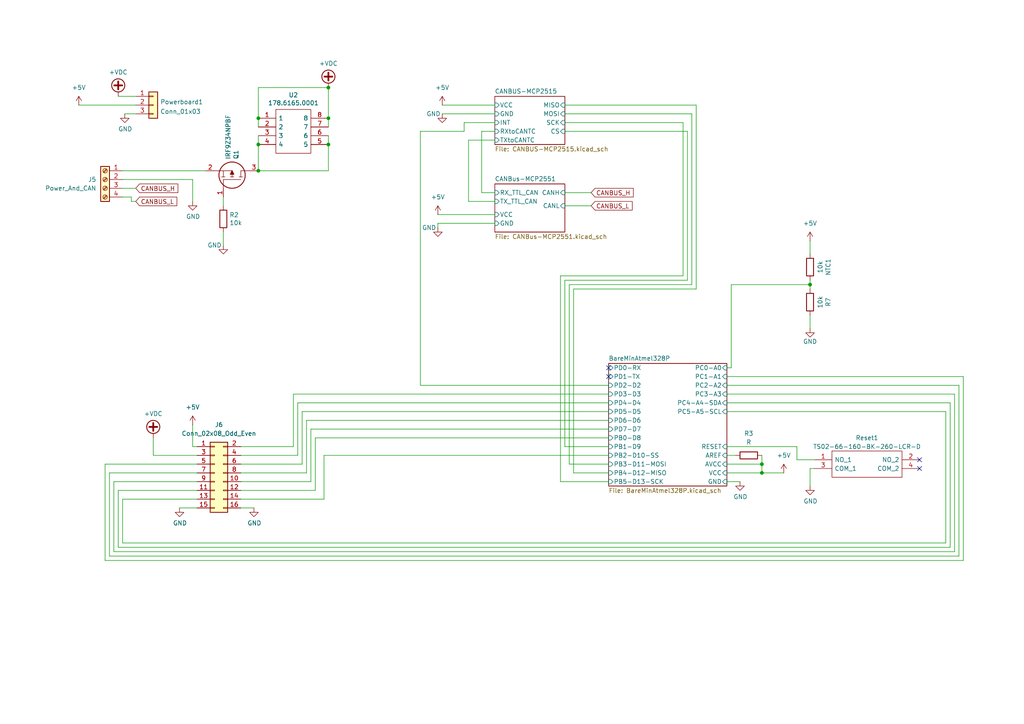
<source format=kicad_sch>
(kicad_sch (version 20231120) (generator "eeschema") (generator_version "8.0")
  (paper "A4")
  (lib_symbols
    (symbol "Connector:Screw_Terminal_01x04" (pin_names (offset 1.016) hide)
      (property "Reference" "J" (at 0 5.08 0))
      (property "Value" "Screw_Terminal_01x04" (at 0 -7.62 0))
      (symbol "Screw_Terminal_01x04_1_1"
        (rectangle (start -1.27 3.81) (end 1.27 -6.35) (stroke (width 0.254)) (fill (type background)))
        (circle (center 0 -5.08) (radius 0.635) (stroke (width 0.1524)))
        (circle (center 0 -2.54) (radius 0.635) (stroke (width 0.1524)))
        (polyline (pts (xy -0.5334 -4.7498) (xy 0.3302 -5.588)) (stroke (width 0.1524)))
        (polyline (pts (xy -0.5334 -2.2098) (xy 0.3302 -3.048)) (stroke (width 0.1524)))
        (polyline (pts (xy -0.5334 0.3302) (xy 0.3302 -0.508)) (stroke (width 0.1524)))
        (polyline (pts (xy -0.5334 2.8702) (xy 0.3302 2.032)) (stroke (width 0.1524)))
        (polyline (pts (xy -0.3556 -4.572) (xy 0.508 -5.4102)) (stroke (width 0.1524)))
        (polyline (pts (xy -0.3556 -2.032) (xy 0.508 -2.8702)) (stroke (width 0.1524)))
        (polyline (pts (xy -0.3556 0.508) (xy 0.508 -0.3302)) (stroke (width 0.1524)))
        (polyline (pts (xy -0.3556 3.048) (xy 0.508 2.2098)) (stroke (width 0.1524)))
        (circle (center 0 0) (radius 0.635) (stroke (width 0.1524)))
        (circle (center 0 2.54) (radius 0.635) (stroke (width 0.1524)))
        (pin passive line (at -5.08 2.54 0) (length 3.81) (name "Pin_1") (number "1"))
        (pin passive line (at -5.08 0 0) (length 3.81) (name "Pin_2") (number "2"))
        (pin passive line (at -5.08 -2.54 0) (length 3.81) (name "Pin_3") (number "3"))
        (pin passive line (at -5.08 -5.08 0) (length 3.81) (name "Pin_4") (number "4"))
      )
    )
    (symbol "Connector_Generic:Conn_01x03" (pin_names (offset 1.016) hide)
      (property "Reference" "J" (at 0 5.08 0))
      (property "Value" "Conn_01x03" (at 0 -5.08 0))
      (symbol "Conn_01x03_1_1"
        (rectangle (start -1.27 -2.413) (end 0 -2.667) (stroke (width 0.1524)))
        (rectangle (start -1.27 0.127) (end 0 -0.127) (stroke (width 0.1524)))
        (rectangle (start -1.27 2.667) (end 0 2.413) (stroke (width 0.1524)))
        (rectangle (start -1.27 3.81) (end 1.27 -3.81) (stroke (width 0.254)) (fill (type background)))
        (pin passive line (at -5.08 2.54 0) (length 3.81) (name "Pin_1") (number "1"))
        (pin passive line (at -5.08 0 0) (length 3.81) (name "Pin_2") (number "2"))
        (pin passive line (at -5.08 -2.54 0) (length 3.81) (name "Pin_3") (number "3"))
      )
    )
    (symbol "Connector_Generic:Conn_02x08_Odd_Even" (pin_names (offset 1.016) hide)
      (property "Reference" "J" (at 1.27 10.16 0))
      (property "Value" "Conn_02x08_Odd_Even" (at 1.27 -12.7 0))
      (symbol "Conn_02x08_Odd_Even_1_1"
        (rectangle (start -1.27 -10.033) (end 0 -10.287) (stroke (width 0.1524)))
        (rectangle (start -1.27 -7.493) (end 0 -7.747) (stroke (width 0.1524)))
        (rectangle (start -1.27 -4.953) (end 0 -5.207) (stroke (width 0.1524)))
        (rectangle (start -1.27 -2.413) (end 0 -2.667) (stroke (width 0.1524)))
        (rectangle (start -1.27 0.127) (end 0 -0.127) (stroke (width 0.1524)))
        (rectangle (start -1.27 2.667) (end 0 2.413) (stroke (width 0.1524)))
        (rectangle (start -1.27 5.207) (end 0 4.953) (stroke (width 0.1524)))
        (rectangle (start -1.27 7.747) (end 0 7.493) (stroke (width 0.1524)))
        (rectangle (start -1.27 8.89) (end 3.81 -11.43) (stroke (width 0.254)) (fill (type background)))
        (rectangle (start 3.81 -10.033) (end 2.54 -10.287) (stroke (width 0.1524)))
        (rectangle (start 3.81 -7.493) (end 2.54 -7.747) (stroke (width 0.1524)))
        (rectangle (start 3.81 -4.953) (end 2.54 -5.207) (stroke (width 0.1524)))
        (rectangle (start 3.81 -2.413) (end 2.54 -2.667) (stroke (width 0.1524)))
        (rectangle (start 3.81 0.127) (end 2.54 -0.127) (stroke (width 0.1524)))
        (rectangle (start 3.81 2.667) (end 2.54 2.413) (stroke (width 0.1524)))
        (rectangle (start 3.81 5.207) (end 2.54 4.953) (stroke (width 0.1524)))
        (rectangle (start 3.81 7.747) (end 2.54 7.493) (stroke (width 0.1524)))
        (pin passive line (at -5.08 7.62 0) (length 3.81) (name "Pin_1") (number "1"))
        (pin passive line (at 7.62 -2.54 180) (length 3.81) (name "Pin_10") (number "10"))
        (pin passive line (at -5.08 -5.08 0) (length 3.81) (name "Pin_11") (number "11"))
        (pin passive line (at 7.62 -5.08 180) (length 3.81) (name "Pin_12") (number "12"))
        (pin passive line (at -5.08 -7.62 0) (length 3.81) (name "Pin_13") (number "13"))
        (pin passive line (at 7.62 -7.62 180) (length 3.81) (name "Pin_14") (number "14"))
        (pin passive line (at -5.08 -10.16 0) (length 3.81) (name "Pin_15") (number "15"))
        (pin passive line (at 7.62 -10.16 180) (length 3.81) (name "Pin_16") (number "16"))
        (pin passive line (at 7.62 7.62 180) (length 3.81) (name "Pin_2") (number "2"))
        (pin passive line (at -5.08 5.08 0) (length 3.81) (name "Pin_3") (number "3"))
        (pin passive line (at 7.62 5.08 180) (length 3.81) (name "Pin_4") (number "4"))
        (pin passive line (at -5.08 2.54 0) (length 3.81) (name "Pin_5") (number "5"))
        (pin passive line (at 7.62 2.54 180) (length 3.81) (name "Pin_6") (number "6"))
        (pin passive line (at -5.08 0 0) (length 3.81) (name "Pin_7") (number "7"))
        (pin passive line (at 7.62 0 180) (length 3.81) (name "Pin_8") (number "8"))
        (pin passive line (at -5.08 -2.54 0) (length 3.81) (name "Pin_9") (number "9"))
      )
    )
    (symbol "Device:R" (pin_numbers hide) (pin_names (offset 0))
      (property "Reference" "R" (at 2.032 0 90))
      (property "Value" "R" (at 0 0 90))
      (symbol "R_0_1"
        (rectangle (start -1.016 -2.54) (end 1.016 2.54) (stroke (width 0.254)))
      )
      (symbol "R_1_1"
        (pin passive line (at 0 3.81 270) (length 1.27) (name "~") (number "1"))
        (pin passive line (at 0 -3.81 90) (length 1.27) (name "~") (number "2"))
      )
    )
    (symbol "SamacSys_Parts:178.6165.0001" (pin_names (offset 0.762))
      (property "Reference" "U" (at 16.51 7.62 0))
      (property "Value" "SamacSys_Parts_178.6165.0001" (at 16.51 5.08 0))
      (symbol "178.6165.0001_0_0"
        (pin passive line (at 0 0 0) (length 5.08) (name "1") (number "1"))
        (pin passive line (at 0 -2.54 0) (length 5.08) (name "2") (number "2"))
        (pin passive line (at 0 -5.08 0) (length 5.08) (name "3") (number "3"))
        (pin passive line (at 0 -7.62 0) (length 5.08) (name "4") (number "4"))
        (pin passive line (at 20.32 -7.62 180) (length 5.08) (name "5") (number "5"))
        (pin passive line (at 20.32 -5.08 180) (length 5.08) (name "6") (number "6"))
        (pin passive line (at 20.32 -2.54 180) (length 5.08) (name "7") (number "7"))
        (pin passive line (at 20.32 0 180) (length 5.08) (name "8") (number "8"))
      )
      (symbol "178.6165.0001_0_1"
        (polyline (pts (xy 5.08 2.54) (xy 15.24 2.54) (xy 15.24 -10.16) (xy 5.08 -10.16) (xy 5.08 2.54)) (stroke (width 0.1524)))
      )
    )
    (symbol "SamacSys_Parts:IRF9Z34NPBF" (pin_names (offset 0.762))
      (property "Reference" "Q" (at 11.43 3.81 0))
      (property "Value" "SamacSys_Parts_IRF9Z34NPBF" (at 11.43 1.27 0))
      (symbol "IRF9Z34NPBF_0_0"
        (pin passive line (at 0 0 0) (length 2.54) (name "~") (number "1"))
        (pin passive line (at 7.62 -5.08 90) (length 2.54) (name "~") (number "2"))
        (pin passive line (at 7.62 10.16 270) (length 2.54) (name "~") (number "3"))
      )
      (symbol "IRF9Z34NPBF_0_1"
        (polyline (pts (xy 5.842 -0.508) (xy 5.842 0.508)) (stroke (width 0.1524)))
        (polyline (pts (xy 5.842 0) (xy 7.62 0)) (stroke (width 0.1524)))
        (polyline (pts (xy 5.842 2.032) (xy 5.842 3.048)) (stroke (width 0.1524)))
        (polyline (pts (xy 5.842 5.588) (xy 5.842 4.572)) (stroke (width 0.1524)))
        (polyline (pts (xy 7.62 2.54) (xy 5.842 2.54)) (stroke (width 0.1524)))
        (polyline (pts (xy 7.62 2.54) (xy 7.62 -2.54)) (stroke (width 0.1524)))
        (polyline (pts (xy 7.62 5.08) (xy 5.842 5.08)) (stroke (width 0.1524)))
        (polyline (pts (xy 7.62 5.08) (xy 7.62 7.62)) (stroke (width 0.1524)))
        (polyline (pts (xy 2.54 0) (xy 5.08 0) (xy 5.08 5.08)) (stroke (width 0.1524)))
        (polyline (pts (xy 7.62 2.54) (xy 6.604 3.048) (xy 6.604 2.032) (xy 7.62 2.54)) (stroke (width 0.254)) (fill (type outline)))
        (circle (center 6.35 2.54) (radius 3.81) (stroke (width 0.254)))
      )
    )
    (symbol "SamacSys_Parts:TS02-66-160-BK-260-LCR-D" (pin_names (offset 0.762))
      (property "Reference" "S" (at 26.67 7.62 0))
      (property "Value" "TS02-66-160-BK-260-LCR-D" (at 26.67 5.08 0))
      (symbol "TS02-66-160-BK-260-LCR-D_0_0"
        (pin passive line (at 0 0 0) (length 5.08) (name "NO_1") (number "1"))
        (pin passive line (at 30.48 0 180) (length 5.08) (name "NO_2") (number "2"))
        (pin passive line (at 0 -2.54 0) (length 5.08) (name "COM_1") (number "3"))
        (pin passive line (at 30.48 -2.54 180) (length 5.08) (name "COM_2") (number "4"))
      )
      (symbol "TS02-66-160-BK-260-LCR-D_0_1"
        (polyline (pts (xy 5.08 2.54) (xy 25.4 2.54) (xy 25.4 -5.08) (xy 5.08 -5.08) (xy 5.08 2.54)) (stroke (width 0.1524)))
      )
    )
    (symbol "power:+5V" (power) (pin_numbers hide) (pin_names (offset 0) hide)
      (property "Value" "+5V" (at 0 3.556 0))
      (symbol "+5V_0_1"
        (polyline (pts (xy -0.762 1.27) (xy 0 2.54)))
        (polyline (pts (xy 0 0) (xy 0 2.54)))
        (polyline (pts (xy 0 2.54) (xy 0.762 1.27)))
      )
      (symbol "+5V_1_1"
        (pin power_in line (at 0 0 90) (length 0) (name "~") (number "1"))
      )
    )
    (symbol "power:+VDC" (power) (pin_names (offset 0))
      (property "Value" "+VDC" (at 0 6.35 0))
      (symbol "+VDC_0_1"
        (polyline (pts (xy -1.143 3.175) (xy 1.143 3.175)) (stroke (width 0.508)))
        (polyline (pts (xy 0 0) (xy 0 1.27)))
        (polyline (pts (xy 0 2.032) (xy 0 4.318)) (stroke (width 0.508)))
        (circle (center 0 3.175) (radius 1.905) (stroke (width 0.254)))
      )
      (symbol "+VDC_1_1"
        (pin power_in line (at 0 0 90) (length 0) hide (name "+VDC") (number "1"))
      )
    )
    (symbol "power:GND" (power) (pin_names (offset 0))
      (property "Value" "GND" (at 0 -3.81 0))
      (symbol "GND_0_1"
        (polyline (pts (xy 0 0) (xy 0 -1.27) (xy 1.27 -1.27) (xy 0 -2.54) (xy -1.27 -1.27) (xy 0 -1.27)))
      )
      (symbol "GND_1_1"
        (pin power_in line (at 0 0 270) (length 0) hide (name "GND") (number "1"))
      )
    )
  )
  (junction (at 234.95 82.55))
  (junction (at 74.93 41.91))
  (junction (at 95.25 41.91))
  (junction (at 95.25 25.4))
  (junction (at 74.93 34.29))
  (junction (at 74.93 49.53))
  (junction (at 220.98 134.62))
  (junction (at 220.98 137.16))
  (junction (at 95.25 34.29))
  (no_connect (at 176.53 106.68))
  (no_connect (at 176.53 109.22))
  (no_connect (at 266.7 135.89))
  (no_connect (at 266.7 133.35))
  (wire (pts (xy 176.53 132.08) (xy 93.98 132.08)))
  (wire (pts (xy 34.29 27.94) (xy 39.37 27.94)))
  (wire (pts (xy 35.56 52.07) (xy 55.88 52.07)))
  (wire (pts (xy 128.27 33.02) (xy 143.51 33.02)))
  (wire (pts (xy 74.93 36.83) (xy 74.93 34.29)))
  (wire (pts (xy 30.48 134.62) (xy 30.48 162.56)))
  (wire (pts (xy 231.14 129.54) (xy 231.14 133.35)))
  (wire (pts (xy 176.53 111.76) (xy 121.92 111.76)))
  (wire (pts (xy 176.53 129.54) (xy 163.83 129.54)))
  (wire (pts (xy 212.09 106.68) (xy 212.09 82.55)))
  (wire (pts (xy 31.75 137.16) (xy 57.15 137.16)))
  (wire (pts (xy 200.66 33.02) (xy 200.66 82.55)))
  (wire (pts (xy 275.59 158.75) (xy 34.29 158.75)))
  (wire (pts (xy 69.85 147.32) (xy 73.66 147.32)))
  (wire (pts (xy 38.1 58.42) (xy 38.1 57.15)))
  (wire (pts (xy 234.95 82.55) (xy 234.95 83.82)))
  (wire (pts (xy 234.95 135.89) (xy 234.95 140.97)))
  (wire (pts (xy 143.51 64.77) (xy 127 64.77)))
  (wire (pts (xy 74.93 25.4) (xy 95.25 25.4)))
  (wire (pts (xy 55.88 58.42) (xy 55.88 52.07)))
  (wire (pts (xy 69.85 137.16) (xy 88.9 137.16)))
  (wire (pts (xy 90.17 124.46) (xy 90.17 139.7)))
  (wire (pts (xy 85.09 114.3) (xy 85.09 129.54)))
  (wire (pts (xy 234.95 81.28) (xy 234.95 82.55)))
  (wire (pts (xy 210.82 139.7) (xy 214.63 139.7)))
  (wire (pts (xy 139.7 38.1) (xy 143.51 38.1)))
  (wire (pts (xy 35.56 157.48) (xy 274.32 157.48)))
  (wire (pts (xy 163.83 81.28) (xy 199.39 81.28)))
  (wire (pts (xy 127 62.23) (xy 143.51 62.23)))
  (wire (pts (xy 198.12 35.56) (xy 163.83 35.56)))
  (wire (pts (xy 33.02 160.02) (xy 276.86 160.02)))
  (wire (pts (xy 88.9 137.16) (xy 88.9 121.92)))
  (wire (pts (xy 163.83 129.54) (xy 163.83 81.28)))
  (wire (pts (xy 210.82 132.08) (xy 213.36 132.08)))
  (wire (pts (xy 274.32 119.38) (xy 210.82 119.38)))
  (wire (pts (xy 128.27 30.48) (xy 143.51 30.48)))
  (wire (pts (xy 176.53 124.46) (xy 90.17 124.46)))
  (wire (pts (xy 220.98 137.16) (xy 227.33 137.16)))
  (wire (pts (xy 74.93 39.37) (xy 74.93 41.91)))
  (wire (pts (xy 198.12 80.01) (xy 198.12 35.56)))
  (wire (pts (xy 276.86 160.02) (xy 276.86 114.3)))
  (wire (pts (xy 34.29 142.24) (xy 57.15 142.24)))
  (wire (pts (xy 121.92 38.1) (xy 134.62 38.1)))
  (wire (pts (xy 127 64.77) (xy 127 66.04)))
  (wire (pts (xy 86.36 116.84) (xy 176.53 116.84)))
  (wire (pts (xy 163.83 33.02) (xy 200.66 33.02)))
  (wire (pts (xy 234.95 91.44) (xy 234.95 95.25)))
  (wire (pts (xy 274.32 157.48) (xy 274.32 119.38)))
  (wire (pts (xy 165.1 82.55) (xy 165.1 134.62)))
  (wire (pts (xy 278.13 111.76) (xy 278.13 161.29)))
  (wire (pts (xy 38.1 57.15) (xy 35.56 57.15)))
  (wire (pts (xy 162.56 80.01) (xy 198.12 80.01)))
  (wire (pts (xy 88.9 121.92) (xy 176.53 121.92)))
  (wire (pts (xy 44.45 132.08) (xy 57.15 132.08)))
  (wire (pts (xy 143.51 55.88) (xy 139.7 55.88)))
  (wire (pts (xy 210.82 106.68) (xy 212.09 106.68)))
  (wire (pts (xy 69.85 129.54) (xy 85.09 129.54)))
  (wire (pts (xy 31.75 137.16) (xy 31.75 161.29)))
  (wire (pts (xy 176.53 139.7) (xy 162.56 139.7)))
  (wire (pts (xy 69.85 144.78) (xy 93.98 144.78)))
  (wire (pts (xy 55.88 129.54) (xy 57.15 129.54)))
  (wire (pts (xy 210.82 129.54) (xy 231.14 129.54)))
  (wire (pts (xy 135.89 40.64) (xy 135.89 58.42)))
  (wire (pts (xy 57.15 144.78) (xy 35.56 144.78)))
  (wire (pts (xy 69.85 132.08) (xy 86.36 132.08)))
  (wire (pts (xy 220.98 134.62) (xy 220.98 137.16)))
  (wire (pts (xy 121.92 111.76) (xy 121.92 38.1)))
  (wire (pts (xy 22.86 30.48) (xy 39.37 30.48)))
  (wire (pts (xy 74.93 49.53) (xy 95.25 49.53)))
  (wire (pts (xy 176.53 137.16) (xy 166.37 137.16)))
  (wire (pts (xy 69.85 142.24) (xy 91.44 142.24)))
  (wire (pts (xy 55.88 123.19) (xy 55.88 129.54)))
  (wire (pts (xy 165.1 134.62) (xy 176.53 134.62)))
  (wire (pts (xy 33.02 139.7) (xy 33.02 160.02)))
  (wire (pts (xy 234.95 69.85) (xy 234.95 73.66)))
  (wire (pts (xy 52.07 147.32) (xy 57.15 147.32)))
  (wire (pts (xy 35.56 49.53) (xy 59.69 49.53)))
  (wire (pts (xy 163.83 59.69) (xy 171.45 59.69)))
  (wire (pts (xy 69.85 139.7) (xy 90.17 139.7)))
  (wire (pts (xy 74.93 41.91) (xy 74.93 49.53)))
  (wire (pts (xy 36.195 33.02) (xy 39.37 33.02)))
  (wire (pts (xy 162.56 139.7) (xy 162.56 80.01)))
  (wire (pts (xy 279.4 162.56) (xy 279.4 109.22)))
  (wire (pts (xy 86.36 132.08) (xy 86.36 116.84)))
  (wire (pts (xy 176.53 114.3) (xy 85.09 114.3)))
  (wire (pts (xy 134.62 35.56) (xy 143.51 35.56)))
  (wire (pts (xy 139.7 55.88) (xy 139.7 38.1)))
  (wire (pts (xy 30.48 162.56) (xy 279.4 162.56)))
  (wire (pts (xy 95.25 36.83) (xy 95.25 34.29)))
  (wire (pts (xy 57.15 134.62) (xy 30.48 134.62)))
  (wire (pts (xy 166.37 137.16) (xy 166.37 83.82)))
  (wire (pts (xy 275.59 116.84) (xy 275.59 158.75)))
  (wire (pts (xy 39.37 58.42) (xy 38.1 58.42)))
  (wire (pts (xy 166.37 83.82) (xy 201.93 83.82)))
  (wire (pts (xy 64.77 67.31) (xy 64.77 71.12)))
  (wire (pts (xy 236.22 135.89) (xy 234.95 135.89)))
  (wire (pts (xy 44.45 127) (xy 44.45 132.08)))
  (wire (pts (xy 199.39 81.28) (xy 199.39 38.1)))
  (wire (pts (xy 210.82 109.22) (xy 279.4 109.22)))
  (wire (pts (xy 135.89 58.42) (xy 143.51 58.42)))
  (wire (pts (xy 134.62 38.1) (xy 134.62 35.56)))
  (wire (pts (xy 210.82 116.84) (xy 275.59 116.84)))
  (wire (pts (xy 210.82 114.3) (xy 276.86 114.3)))
  (wire (pts (xy 200.66 82.55) (xy 165.1 82.55)))
  (wire (pts (xy 163.83 30.48) (xy 201.93 30.48)))
  (wire (pts (xy 69.85 134.62) (xy 87.63 134.62)))
  (wire (pts (xy 91.44 127) (xy 176.53 127)))
  (wire (pts (xy 95.25 34.29) (xy 95.25 25.4)))
  (wire (pts (xy 143.51 40.64) (xy 135.89 40.64)))
  (wire (pts (xy 95.25 41.91) (xy 95.25 39.37)))
  (wire (pts (xy 163.83 55.88) (xy 171.45 55.88)))
  (wire (pts (xy 87.63 119.38) (xy 87.63 134.62)))
  (wire (pts (xy 201.93 83.82) (xy 201.93 30.48)))
  (wire (pts (xy 35.56 54.61) (xy 39.37 54.61)))
  (wire (pts (xy 93.98 132.08) (xy 93.98 144.78)))
  (wire (pts (xy 57.15 139.7) (xy 33.02 139.7)))
  (wire (pts (xy 231.14 133.35) (xy 236.22 133.35)))
  (wire (pts (xy 212.09 82.55) (xy 234.95 82.55)))
  (wire (pts (xy 210.82 111.76) (xy 278.13 111.76)))
  (wire (pts (xy 176.53 119.38) (xy 87.63 119.38)))
  (wire (pts (xy 64.77 59.69) (xy 64.77 57.15)))
  (wire (pts (xy 95.25 49.53) (xy 95.25 41.91)))
  (wire (pts (xy 210.82 134.62) (xy 220.98 134.62)))
  (wire (pts (xy 35.56 144.78) (xy 35.56 157.48)))
  (wire (pts (xy 278.13 161.29) (xy 31.75 161.29)))
  (wire (pts (xy 220.98 132.08) (xy 220.98 134.62)))
  (wire (pts (xy 74.93 25.4) (xy 74.93 34.29)))
  (wire (pts (xy 34.29 142.24) (xy 34.29 158.75)))
  (wire (pts (xy 91.44 142.24) (xy 91.44 127)))
  (wire (pts (xy 210.82 137.16) (xy 220.98 137.16)))
  (wire (pts (xy 199.39 38.1) (xy 163.83 38.1)))
  (global_label "CANBUS_H" (shape input) (at 39.37 54.61 0) (property "Intersheetrefs" "${INTERSHEET_REFS}" (effects (hide yes))))
  (global_label "CANBUS_H" (shape input) (at 171.45 55.88 0) (property "Intersheetrefs" "${INTERSHEET_REFS}" (effects (hide yes))))
  (global_label "CANBUS_L" (shape input) (at 171.45 59.69 0) (property "Intersheetrefs" "${INTERSHEET_REFS}" (effects (hide yes))))
  (global_label "CANBUS_L" (shape input) (at 39.37 58.42 0) (property "Intersheetrefs" "${INTERSHEET_REFS}" (effects (hide yes))))
  (symbol (lib_id "power:+5V") (at 22.86 30.48 0) (unit 1)
    (property "Reference" "#PWR04" (effects (hide yes)))
    (property "Value" "+5V" (at 22.86 25.4 0))
    (property "Description" "Power symbol creates a global label with name \"+5V\"" (effects (hide yes)))
  )
  (symbol (lib_id "power:+5V") (at 55.88 123.19 0) (unit 1)
    (property "Reference" "#PWR015" (effects (hide yes)))
    (property "Value" "+5V" (at 55.88 118.11 0))
    (property "Description" "Power symbol creates a global label with name \"+5V\"" (effects (hide yes)))
  )
  (symbol (lib_id "SamacSys_Parts:IRF9Z34NPBF") (at 64.77 57.15 270) (mirror x) (unit 1)
    (property "Reference" "Q1" (at 68.4784 46.228 0) (effects (justify left)))
    (property "Value" "IRF9Z34NPBF" (at 66.167 46.228 0) (effects (justify left)))
    (property "Footprint" "SamacSys_Parts:TO254P469X1042X1967-3P" (effects (hide yes)))
    (property "Datasheet" "https://www.infineon.com/dgdl/irf9z34npbf.pdf?fileId=5546d462533600a40153561220af1ddd" (effects (hide yes)))
    (property "Description" "MOSFET MOSFT PCh -55V -17A 100mOhm 23.3nC" (effects (hide yes)))
    (property "Height" "4.69" (effects (hide yes)))
    (property "Mouser Part Number" "942-IRF9Z34NPBF" (effects (hide yes)))
    (property "Mouser Price/Stock" "https://www.mouser.co.uk/ProductDetail/Infineon-IR/IRF9Z34NPBF?qs=9%252BKlkBgLFf16a%2FvlD%252BMCtQ%3D%3D" (effects (hide yes)))
    (property "Manufacturer_Name" "Infineon" (effects (hide yes)))
    (property "Manufacturer_Part_Number" "IRF9Z34NPBF" (effects (hide yes)))
  )
  (symbol (lib_id "power:+VDC") (at 34.29 27.94 0) (unit 1)
    (property "Reference" "#PWR05" (effects (hide yes)))
    (property "Value" "+VDC" (at 34.29 20.955 0))
  )
  (symbol (lib_id "power:GND") (at 52.07 147.32 0) (unit 1)
    (property "Reference" "#PWR018" (effects (hide yes)))
    (property "Value" "GND" (at 52.197 151.7142 0))
  )
  (symbol (lib_id "SamacSys_Parts:TS02-66-160-BK-260-LCR-D") (at 236.22 133.35 0) (unit 1)
    (property "Reference" "Reset1" (at 251.46 127 0))
    (property "Value" "TS02-66-160-BK-260-LCR-D" (at 251.46 129.54 0))
    (property "Footprint" "SamacSys_Parts:TS0266160BK260LCRD" (effects (hide yes)))
    (property "Datasheet" "https://www.cuidevices.com/product/resource/ts02.pdf" (effects (hide yes)))
    (property "Description" "Tactile Switches 6 x 6 mm, 16 mm Act Height, 260 gf, Black, Long Crimped, Through Hole, SPST," (effects (hide yes)))
    (property "Height" "16.2" (effects (hide yes)))
    (property "Mouser Part Number" "179-TS0266160BK260LC" (effects (hide yes)))
    (property "Mouser Price/Stock" "https://www.mouser.co.uk/ProductDetail/CUI-Devices/TS02-66-160-BK-260-LCR-D?qs=A6eO%252BMLsxmR2iSh4nOToMQ%3D%3D" (effects (hide yes)))
    (property "Manufacturer_Name" "CUI Devices" (effects (hide yes)))
    (property "Manufacturer_Part_Number" "TS02-66-160-BK-260-LCR-D" (effects (hide yes)))
  )
  (symbol (lib_id "power:GND") (at 73.66 147.32 0) (unit 1)
    (property "Reference" "#PWR019" (effects (hide yes)))
    (property "Value" "GND" (at 73.787 151.7142 0))
  )
  (symbol (lib_id "power:GND") (at 234.95 140.97 0) (unit 1)
    (property "Reference" "#PWR016" (effects (hide yes)))
    (property "Value" "GND" (at 235.077 145.3642 0))
  )
  (symbol (lib_id "power:+VDC") (at 44.45 127 0) (unit 1)
    (property "Reference" "#PWR017" (effects (hide yes)))
    (property "Value" "+VDC" (at 44.45 120.015 0))
  )
  (symbol (lib_id "Connector_Generic:Conn_02x08_Odd_Even") (at 62.23 137.16 0) (unit 1)
    (property "Reference" "J6" (at 63.5 123.19 0))
    (property "Value" "Conn_02x08_Odd_Even" (at 63.5 125.73 0))
    (property "Footprint" "Connector_PinHeader_2.54mm:PinHeader_2x08_P2.54mm_Vertical" (effects (hide yes)))
    (property "Description" "Generic connector, double row, 02x08, odd/even pin numbering scheme (row 1 odd numbers, row 2 even numbers), script generated (kicad-library-utils/schlib/autogen/connector/)" (effects (hide yes)))
  )
  (symbol (lib_id "power:+5V") (at 127 62.23 0) (unit 1)
    (property "Reference" "#PWR09" (effects (hide yes)))
    (property "Value" "+5V" (at 127 57.15 0))
    (property "Description" "Power symbol creates a global label with name \"+5V\"" (effects (hide yes)))
  )
  (symbol (lib_id "power:GND") (at 36.195 33.02 0) (unit 1)
    (property "Reference" "#PWR06" (effects (hide yes)))
    (property "Value" "GND" (at 36.322 37.4142 0))
  )
  (symbol (lib_id "Device:R") (at 64.77 63.5 0) (unit 1)
    (property "Reference" "R2" (at 66.548 62.3316 0) (effects (justify left)))
    (property "Value" "10k" (at 66.548 64.643 0) (effects (justify left)))
    (property "Footprint" "Resistor_THT:R_Axial_DIN0207_L6.3mm_D2.5mm_P2.54mm_Vertical" (effects (hide yes)))
  )
  (symbol (lib_id "power:GND") (at 55.88 58.42 0) (unit 1)
    (property "Reference" "#PWR01" (effects (hide yes)))
    (property "Value" "GND" (at 56.007 62.8142 0))
  )
  (symbol (lib_id "Connector_Generic:Conn_01x03") (at 44.45 30.48 0) (unit 1)
    (property "Reference" "Powerboard1" (at 46.482 29.5715 0) (effects (justify left)))
    (property "Value" "Conn_01x03" (at 46.482 32.3466 0) (effects (justify left)))
    (property "Footprint" "Connector_PinHeader_2.54mm:PinHeader_1x03_P2.54mm_Vertical" (effects (hide yes)))
  )
  (symbol (lib_id "Connector:Screw_Terminal_01x04") (at 30.48 52.07 0) (mirror y) (unit 1)
    (property "Reference" "J5" (at 27.94 52.0699 0) (effects (justify left)))
    (property "Value" "Power_And_CAN" (at 27.94 54.6099 0) (effects (justify left)))
    (property "Footprint" "TerminalBlock_Phoenix:TerminalBlock_Phoenix_MPT-0,5-4-2.54_1x04_P2.54mm_Horizontal" (effects (hide yes)))
    (property "Description" "Generic screw terminal, single row, 01x04, script generated (kicad-library-utils/schlib/autogen/connector/)" (effects (hide yes)))
  )
  (symbol (lib_id "power:GND") (at 128.27 33.02 0) (unit 1)
    (property "Reference" "#PWR011" (effects (hide yes)))
    (property "Value" "GND" (at 125.73 33.02 0))
  )
  (symbol (lib_id "Device:R") (at 217.17 132.08 90) (unit 1)
    (property "Reference" "R3" (at 217.17 125.73 90))
    (property "Value" "R" (at 217.17 128.27 90))
    (property "Footprint" "Resistor_THT:R_Axial_DIN0207_L6.3mm_D2.5mm_P2.54mm_Vertical" (effects (hide yes)))
    (property "Description" "Resistor" (effects (hide yes)))
  )
  (symbol (lib_id "SamacSys_Parts:178.6165.0001") (at 74.93 34.29 0) (unit 1)
    (property "Reference" "U2" (at 85.09 27.559 0))
    (property "Value" "178.6165.0001" (at 85.09 29.8704 0))
    (property "Footprint" "SamacSys_Parts:17861650001" (effects (hide yes)))
    (property "Description" "FLR PCB FUSE HOLDER FOR ATO STYLE BLADE FUSE RATED 58V" (effects (hide yes)))
    (property "Height" "17.5" (effects (hide yes)))
    (property "Mouser Part Number" "576-178.6165.0001" (effects (hide yes)))
    (property "Mouser Price/Stock" "https://www.mouser.co.uk/ProductDetail/Littelfuse/17861650001?qs=CSLd874fYV1KI1oBGU5EQg%3D%3D" (effects (hide yes)))
    (property "Manufacturer_Name" "LITTELFUSE" (effects (hide yes)))
    (property "Manufacturer_Part_Number" "178.6165.0001" (effects (hide yes)))
  )
  (symbol (lib_id "power:GND") (at 234.95 95.25 0) (unit 1)
    (property "Reference" "#PWR013" (effects (hide yes)))
    (property "Value" "GND" (at 234.95 99.06 0))
  )
  (symbol (lib_id "power:GND") (at 64.77 71.12 0) (unit 1)
    (property "Reference" "#PWR02" (effects (hide yes)))
    (property "Value" "GND" (at 62.23 71.12 0))
  )
  (symbol (lib_id "Device:R") (at 234.95 87.63 180) (unit 1)
    (property "Reference" "R7" (at 240.2078 87.63 90))
    (property "Value" "10k" (at 237.8964 87.63 90))
    (property "Footprint" "Resistor_THT:R_Axial_DIN0207_L6.3mm_D2.5mm_P2.54mm_Vertical" (effects (hide yes)))
  )
  (symbol (lib_id "power:+5V") (at 227.33 137.16 0) (unit 1)
    (property "Reference" "#PWR08" (effects (hide yes)))
    (property "Value" "+5V" (at 227.33 132.08 0))
    (property "Description" "Power symbol creates a global label with name \"+5V\"" (effects (hide yes)))
  )
  (symbol (lib_id "power:GND") (at 214.63 139.7 0) (unit 1)
    (property "Reference" "#PWR07" (effects (hide yes)))
    (property "Value" "GND" (at 214.757 144.0942 0))
  )
  (symbol (lib_id "power:+VDC") (at 95.25 25.4 0) (unit 1)
    (property "Reference" "#PWR03" (effects (hide yes)))
    (property "Value" "+VDC" (at 95.25 18.415 0))
  )
  (symbol (lib_id "Device:R") (at 234.95 77.47 180) (unit 1)
    (property "Reference" "NTC1" (at 240.2078 77.47 90))
    (property "Value" "10k" (at 237.8964 77.47 90))
    (property "Footprint" "Resistor_THT:R_Axial_DIN0207_L6.3mm_D2.5mm_P2.54mm_Vertical" (effects (hide yes)))
    (property "Description" "NTC" (effects (hide yes)))
  )
  (symbol (lib_id "power:GND") (at 127 66.04 0) (unit 1)
    (property "Reference" "#PWR010" (effects (hide yes)))
    (property "Value" "GND" (at 124.46 66.04 0))
  )
  (symbol (lib_id "power:+5V") (at 128.27 30.48 0) (unit 1)
    (property "Reference" "#PWR012" (effects (hide yes)))
    (property "Value" "+5V" (at 128.27 25.4 0))
    (property "Description" "Power symbol creates a global label with name \"+5V\"" (effects (hide yes)))
  )
  (symbol (lib_id "power:+5V") (at 234.95 69.85 0) (unit 1)
    (property "Reference" "#PWR014" (effects (hide yes)))
    (property "Value" "+5V" (at 234.95 64.77 0))
    (property "Description" "Power symbol creates a global label with name \"+5V\"" (effects (hide yes)))
  )
  (sheet (at 143.51 53.34) (size 20.32 13.97) (stroke (width 0.1524))
    (property "Sheetname" "CANBus-MCP2551" (at 143.51 52.6284 0) (effects (justify left bottom)))
    (property "Sheetfile" "CANBus-MCP2551.kicad_sch" (at 143.51 67.8946 0) (effects (justify left top)))
    (pin "GND" input (at 143.51 64.77 180))
    (pin "VCC" input (at 143.51 62.23 180))
    (pin "CANH" input (at 163.83 55.88 0))
    (pin "TX_TTL_CAN" input (at 143.51 58.42 180))
    (pin "CANL" input (at 163.83 59.69 0))
    (pin "RX_TTL_CAN" input (at 143.51 55.88 180))
  )
  (sheet (at 143.51 27.94) (size 20.32 13.97) (stroke (width 0.1524))
    (property "Sheetname" "CANBUS-MCP2515" (at 143.51 27.2284 0) (effects (justify left bottom)))
    (property "Sheetfile" "CANBUS-MCP2515.kicad_sch" (at 143.51 42.4946 0) (effects (justify left top)))
    (pin "VCC" input (at 143.51 30.48 180))
    (pin "GND" input (at 143.51 33.02 180))
    (pin "RXtoCANTC" input (at 143.51 38.1 180))
    (pin "TXtoCANTC" input (at 143.51 40.64 180))
    (pin "MISO" input (at 163.83 30.48 0))
    (pin "INT" input (at 143.51 35.56 180))
    (pin "SCK" input (at 163.83 35.56 0))
    (pin "MOSI" input (at 163.83 33.02 0))
    (pin "CS" input (at 163.83 38.1 0))
  )
  (sheet (at 176.53 105.41) (size 34.29 35.56) (stroke (width 0.1524))
    (property "Sheetname" "BareMinAtmel328P" (at 176.53 104.6984 0) (effects (justify left bottom)))
    (property "Sheetfile" "BareMinAtmel328P.kicad_sch" (at 176.53 141.5546 0) (effects (justify left top)))
    (pin "PB3-D11-MOSI" input (at 176.53 134.62 180))
    (pin "PB4-D12-MISO" input (at 176.53 137.16 180))
    (pin "PB2-D10-SS" input (at 176.53 132.08 180))
    (pin "PB5-D13-SCK" input (at 176.53 139.7 180))
    (pin "PB1-D9" input (at 176.53 129.54 180))
    (pin "PB0-D8" input (at 176.53 127 180))
    (pin "PC4-A4-SDA" input (at 210.82 116.84 0))
    (pin "PC2-A2" input (at 210.82 111.76 0))
    (pin "PC3-A3" input (at 210.82 114.3 0))
    (pin "PC5-A5-SCL" input (at 210.82 119.38 0))
    (pin "PC1-A1" input (at 210.82 109.22 0))
    (pin "PC0-A0" input (at 210.82 106.68 0))
    (pin "AVCC" input (at 210.82 134.62 0))
    (pin "VCC" input (at 210.82 137.16 0))
    (pin "PD1-TX" input (at 176.53 109.22 180))
    (pin "PD2-D2" input (at 176.53 111.76 180))
    (pin "PD3-D3" input (at 176.53 114.3 180))
    (pin "PD4-D4" input (at 176.53 116.84 180))
    (pin "PD0-RX" input (at 176.53 106.68 180))
    (pin "GND" input (at 210.82 139.7 0))
    (pin "PD7-D7" input (at 176.53 124.46 180))
    (pin "PD6-D6" input (at 176.53 121.92 180))
    (pin "PD5-D5" input (at 176.53 119.38 180))
    (pin "AREF" input (at 210.82 132.08 0))
    (pin "RESET" input (at 210.82 129.54 0))
  )
)
</source>
